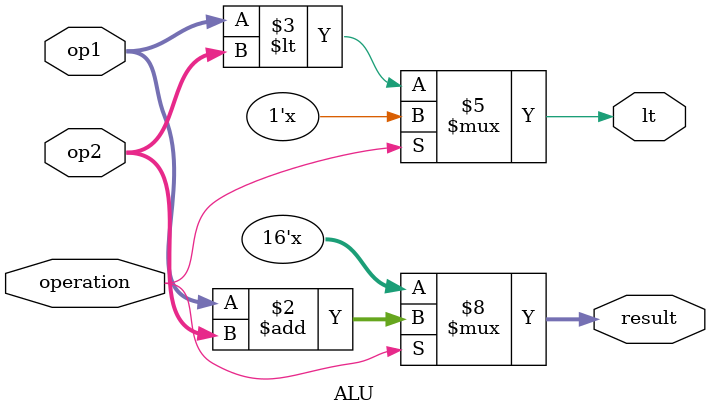
<source format=v>
module ALU (
    input [15:0] op1,
    input [15:0] op2,
    input operation,
    output reg lt,
    output reg [15:0] result

);

//operation : 0-> compare, 1-> add
// lt : (op1<op2)? 1:0;

always @(*) begin
    if(operation) begin
        result = op1 + op2;
        lt = 1'bz;
    end
    else begin
        result = 16'bz;
        lt = (op1<op2);
    end
end


endmodule
</source>
